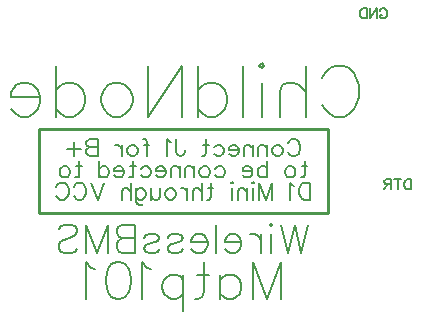
<source format=gbo>
G04 Layer: BottomSilkscreenLayer*
G04 EasyEDA v6.5.40, 2024-02-04 03:55:30*
G04 936758304a9441538e57e2a98c5da18a,153482dac41149f1974aef67bcea995d,10*
G04 Gerber Generator version 0.2*
G04 Scale: 100 percent, Rotated: No, Reflected: No *
G04 Dimensions in millimeters *
G04 leading zeros omitted , absolute positions ,4 integer and 5 decimal *
%FSLAX45Y45*%
%MOMM*%

%ADD10C,0.2032*%
%ADD11C,0.1550*%
%ADD12C,0.2540*%

%LPD*%
D10*
X2709656Y1509572D02*
G01*
X2652839Y1270937D01*
X2596019Y1509572D02*
G01*
X2652839Y1270937D01*
X2596019Y1509572D02*
G01*
X2539202Y1270937D01*
X2482385Y1509572D02*
G01*
X2539202Y1270937D01*
X2407384Y1509572D02*
G01*
X2396020Y1498208D01*
X2384658Y1509572D01*
X2396020Y1520936D01*
X2407384Y1509572D01*
X2396020Y1430027D02*
G01*
X2396020Y1270937D01*
X2309657Y1430027D02*
G01*
X2309657Y1270937D01*
X2309657Y1361846D02*
G01*
X2298293Y1395935D01*
X2275565Y1418663D01*
X2252840Y1430027D01*
X2218748Y1430027D01*
X2143749Y1361846D02*
G01*
X2007384Y1361846D01*
X2007384Y1384571D01*
X2018748Y1407299D01*
X2030112Y1418663D01*
X2052840Y1430027D01*
X2086930Y1430027D01*
X2109657Y1418663D01*
X2132385Y1395935D01*
X2143749Y1361846D01*
X2143749Y1339118D01*
X2132385Y1305026D01*
X2109657Y1282298D01*
X2086930Y1270937D01*
X2052840Y1270937D01*
X2030112Y1282298D01*
X2007384Y1305026D01*
X1932386Y1509572D02*
G01*
X1932386Y1270937D01*
X1857385Y1361846D02*
G01*
X1721022Y1361846D01*
X1721022Y1384571D01*
X1732386Y1407299D01*
X1743750Y1418663D01*
X1766476Y1430027D01*
X1800567Y1430027D01*
X1823295Y1418663D01*
X1846021Y1395935D01*
X1857385Y1361846D01*
X1857385Y1339118D01*
X1846021Y1305026D01*
X1823295Y1282298D01*
X1800567Y1270937D01*
X1766476Y1270937D01*
X1743750Y1282298D01*
X1721022Y1305026D01*
X1521023Y1395935D02*
G01*
X1532387Y1418663D01*
X1566476Y1430027D01*
X1600568Y1430027D01*
X1634657Y1418663D01*
X1646021Y1395935D01*
X1634657Y1373207D01*
X1611932Y1361846D01*
X1555112Y1350482D01*
X1532387Y1339118D01*
X1521023Y1316390D01*
X1521023Y1305026D01*
X1532387Y1282298D01*
X1566476Y1270937D01*
X1600568Y1270937D01*
X1634657Y1282298D01*
X1646021Y1305026D01*
X1321023Y1395935D02*
G01*
X1332387Y1418663D01*
X1366476Y1430027D01*
X1400568Y1430027D01*
X1434658Y1418663D01*
X1446021Y1395935D01*
X1434658Y1373207D01*
X1411932Y1361846D01*
X1355112Y1350482D01*
X1332387Y1339118D01*
X1321023Y1316390D01*
X1321023Y1305026D01*
X1332387Y1282298D01*
X1366476Y1270937D01*
X1400568Y1270937D01*
X1434658Y1282298D01*
X1446021Y1305026D01*
X1246022Y1509572D02*
G01*
X1246022Y1270937D01*
X1246022Y1509572D02*
G01*
X1143751Y1509572D01*
X1109659Y1498208D01*
X1098295Y1486844D01*
X1086932Y1464116D01*
X1086932Y1441391D01*
X1098295Y1418663D01*
X1109659Y1407299D01*
X1143751Y1395935D01*
X1246022Y1395935D02*
G01*
X1143751Y1395935D01*
X1109659Y1384571D01*
X1098295Y1373207D01*
X1086932Y1350482D01*
X1086932Y1316390D01*
X1098295Y1293662D01*
X1109659Y1282298D01*
X1143751Y1270937D01*
X1246022Y1270937D01*
X1011933Y1509572D02*
G01*
X1011933Y1270937D01*
X1011933Y1509572D02*
G01*
X921024Y1270937D01*
X830115Y1509572D02*
G01*
X921024Y1270937D01*
X830115Y1509572D02*
G01*
X830115Y1270937D01*
X596023Y1475480D02*
G01*
X618751Y1498208D01*
X652843Y1509572D01*
X698296Y1509572D01*
X732388Y1498208D01*
X755114Y1475480D01*
X755114Y1452753D01*
X743752Y1430027D01*
X732388Y1418663D01*
X709660Y1407299D01*
X641479Y1384571D01*
X618751Y1373207D01*
X607387Y1361846D01*
X596023Y1339118D01*
X596023Y1305026D01*
X618751Y1282298D01*
X652843Y1270937D01*
X698296Y1270937D01*
X732388Y1282298D01*
X755114Y1305026D01*
X2477155Y1191554D02*
G01*
X2477155Y881326D01*
X2477155Y1191554D02*
G01*
X2358974Y881326D01*
X2240793Y1191554D02*
G01*
X2358974Y881326D01*
X2240793Y1191554D02*
G01*
X2240793Y881326D01*
X1966020Y1088146D02*
G01*
X1966020Y881326D01*
X1966020Y1043825D02*
G01*
X1995566Y1073373D01*
X2025111Y1088146D01*
X2069429Y1088146D01*
X2098974Y1073373D01*
X2128520Y1043825D01*
X2143292Y999507D01*
X2143292Y969962D01*
X2128520Y925644D01*
X2098974Y896099D01*
X2069429Y881326D01*
X2025111Y881326D01*
X1995566Y896099D01*
X1966020Y925644D01*
X1824202Y1191554D02*
G01*
X1824202Y940417D01*
X1809429Y896099D01*
X1779884Y881326D01*
X1750339Y881326D01*
X1868520Y1088146D02*
G01*
X1765112Y1088146D01*
X1652838Y1088146D02*
G01*
X1652838Y777918D01*
X1652838Y1043825D02*
G01*
X1623293Y1073373D01*
X1593748Y1088146D01*
X1549430Y1088146D01*
X1519885Y1073373D01*
X1490339Y1043825D01*
X1475567Y999507D01*
X1475567Y969962D01*
X1490339Y925644D01*
X1519885Y896099D01*
X1549430Y881326D01*
X1593748Y881326D01*
X1623293Y896099D01*
X1652838Y925644D01*
X1378066Y1132464D02*
G01*
X1348521Y1147236D01*
X1304203Y1191554D01*
X1304203Y881326D01*
X1118067Y1191554D02*
G01*
X1162385Y1176781D01*
X1191930Y1132464D01*
X1206703Y1058598D01*
X1206703Y1014280D01*
X1191930Y940417D01*
X1162385Y896099D01*
X1118067Y881326D01*
X1088522Y881326D01*
X1044204Y896099D01*
X1014658Y940417D01*
X999886Y1014280D01*
X999886Y1058598D01*
X1014658Y1132464D01*
X1044204Y1176781D01*
X1088522Y1191554D01*
X1118067Y1191554D01*
X902385Y1132464D02*
G01*
X872840Y1147236D01*
X828522Y1191554D01*
X828522Y881326D01*
X2830083Y2752117D02*
G01*
X2850537Y2793027D01*
X2891447Y2833936D01*
X2932353Y2854391D01*
X3014172Y2854391D01*
X3055081Y2833936D01*
X3095990Y2793027D01*
X3116445Y2752117D01*
X3136900Y2690754D01*
X3136900Y2588480D01*
X3116445Y2527117D01*
X3095990Y2486207D01*
X3055081Y2445298D01*
X3014172Y2424846D01*
X2932353Y2424846D01*
X2891447Y2445298D01*
X2850537Y2486207D01*
X2830083Y2527117D01*
X2695082Y2854391D02*
G01*
X2695082Y2424846D01*
X2695082Y2629390D02*
G01*
X2633718Y2690754D01*
X2592809Y2711208D01*
X2531447Y2711208D01*
X2490538Y2690754D01*
X2470083Y2629390D01*
X2470083Y2424846D01*
X2335082Y2854391D02*
G01*
X2314628Y2833936D01*
X2294173Y2854391D01*
X2314628Y2874845D01*
X2335082Y2854391D01*
X2314628Y2711208D02*
G01*
X2314628Y2424846D01*
X2159175Y2854391D02*
G01*
X2159175Y2424846D01*
X1778721Y2854391D02*
G01*
X1778721Y2424846D01*
X1778721Y2649844D02*
G01*
X1819630Y2690754D01*
X1860539Y2711208D01*
X1921903Y2711208D01*
X1962810Y2690754D01*
X2003719Y2649844D01*
X2024174Y2588480D01*
X2024174Y2547571D01*
X2003719Y2486207D01*
X1962810Y2445298D01*
X1921903Y2424846D01*
X1860539Y2424846D01*
X1819630Y2445298D01*
X1778721Y2486207D01*
X1643720Y2854391D02*
G01*
X1643720Y2424846D01*
X1643720Y2854391D02*
G01*
X1357358Y2424846D01*
X1357358Y2854391D02*
G01*
X1357358Y2424846D01*
X1120086Y2711208D02*
G01*
X1160995Y2690754D01*
X1201905Y2649844D01*
X1222357Y2588480D01*
X1222357Y2547571D01*
X1201905Y2486207D01*
X1160995Y2445298D01*
X1120086Y2424846D01*
X1058722Y2424846D01*
X1017813Y2445298D01*
X976904Y2486207D01*
X956449Y2547571D01*
X956449Y2588480D01*
X976904Y2649844D01*
X1017813Y2690754D01*
X1058722Y2711208D01*
X1120086Y2711208D01*
X575995Y2854391D02*
G01*
X575995Y2424846D01*
X575995Y2649844D02*
G01*
X616905Y2690754D01*
X657814Y2711208D01*
X719178Y2711208D01*
X760087Y2690754D01*
X800996Y2649844D01*
X821451Y2588480D01*
X821451Y2547571D01*
X800996Y2486207D01*
X760087Y2445298D01*
X719178Y2424846D01*
X657814Y2424846D01*
X616905Y2445298D01*
X575995Y2486207D01*
X440997Y2588480D02*
G01*
X195541Y2588480D01*
X195541Y2629390D01*
X215996Y2670299D01*
X236451Y2690754D01*
X277360Y2711208D01*
X338724Y2711208D01*
X379633Y2690754D01*
X420542Y2649844D01*
X440997Y2588480D01*
X440997Y2547571D01*
X420542Y2486207D01*
X379633Y2445298D01*
X338724Y2424846D01*
X277360Y2424846D01*
X236451Y2445298D01*
X195541Y2486207D01*
X2539202Y2200071D02*
G01*
X2546019Y2213709D01*
X2559657Y2227346D01*
X2573291Y2234163D01*
X2600566Y2234163D01*
X2614201Y2227346D01*
X2627838Y2213709D01*
X2634655Y2200071D01*
X2641475Y2179617D01*
X2641475Y2145527D01*
X2634655Y2125073D01*
X2627838Y2111435D01*
X2614201Y2097798D01*
X2600566Y2090981D01*
X2573291Y2090981D01*
X2559657Y2097798D01*
X2546019Y2111435D01*
X2539202Y2125073D01*
X2460111Y2186437D02*
G01*
X2473746Y2179617D01*
X2487383Y2165982D01*
X2494201Y2145527D01*
X2494201Y2131890D01*
X2487383Y2111435D01*
X2473746Y2097798D01*
X2460111Y2090981D01*
X2439657Y2090981D01*
X2426020Y2097798D01*
X2412385Y2111435D01*
X2405565Y2131890D01*
X2405565Y2145527D01*
X2412385Y2165982D01*
X2426020Y2179617D01*
X2439657Y2186437D01*
X2460111Y2186437D01*
X2360566Y2186437D02*
G01*
X2360566Y2090981D01*
X2360566Y2159162D02*
G01*
X2340112Y2179617D01*
X2326474Y2186437D01*
X2306020Y2186437D01*
X2292385Y2179617D01*
X2285565Y2159162D01*
X2285565Y2090981D01*
X2240567Y2186437D02*
G01*
X2240567Y2090981D01*
X2240567Y2159162D02*
G01*
X2220112Y2179617D01*
X2206475Y2186437D01*
X2186020Y2186437D01*
X2172385Y2179617D01*
X2165565Y2159162D01*
X2165565Y2090981D01*
X2120567Y2145527D02*
G01*
X2038748Y2145527D01*
X2038748Y2159162D01*
X2045566Y2172799D01*
X2052386Y2179617D01*
X2066020Y2186437D01*
X2086475Y2186437D01*
X2100112Y2179617D01*
X2113747Y2165982D01*
X2120567Y2145527D01*
X2120567Y2131890D01*
X2113747Y2111435D01*
X2100112Y2097798D01*
X2086475Y2090981D01*
X2066020Y2090981D01*
X2052386Y2097798D01*
X2038748Y2111435D01*
X1911931Y2165982D02*
G01*
X1925566Y2179617D01*
X1939203Y2186437D01*
X1959658Y2186437D01*
X1973292Y2179617D01*
X1986930Y2165982D01*
X1993747Y2145527D01*
X1993747Y2131890D01*
X1986930Y2111435D01*
X1973292Y2097798D01*
X1959658Y2090981D01*
X1939203Y2090981D01*
X1925566Y2097798D01*
X1911931Y2111435D01*
X1846475Y2234163D02*
G01*
X1846475Y2118253D01*
X1839658Y2097798D01*
X1826021Y2090981D01*
X1812386Y2090981D01*
X1866930Y2186437D02*
G01*
X1819203Y2186437D01*
X1594203Y2234163D02*
G01*
X1594203Y2125073D01*
X1601022Y2104618D01*
X1607840Y2097798D01*
X1621477Y2090981D01*
X1635112Y2090981D01*
X1648749Y2097798D01*
X1655566Y2104618D01*
X1662386Y2125073D01*
X1662386Y2138707D01*
X1549204Y2206891D02*
G01*
X1535567Y2213709D01*
X1515112Y2234163D01*
X1515112Y2090981D01*
X1310568Y2234163D02*
G01*
X1324203Y2234163D01*
X1337840Y2227346D01*
X1344658Y2206891D01*
X1344658Y2090981D01*
X1365112Y2186437D02*
G01*
X1317386Y2186437D01*
X1231478Y2186437D02*
G01*
X1245113Y2179617D01*
X1258750Y2165982D01*
X1265567Y2145527D01*
X1265567Y2131890D01*
X1258750Y2111435D01*
X1245113Y2097798D01*
X1231478Y2090981D01*
X1211023Y2090981D01*
X1197386Y2097798D01*
X1183749Y2111435D01*
X1176931Y2131890D01*
X1176931Y2145527D01*
X1183749Y2165982D01*
X1197386Y2179617D01*
X1211023Y2186437D01*
X1231478Y2186437D01*
X1131933Y2186437D02*
G01*
X1131933Y2090981D01*
X1131933Y2145527D02*
G01*
X1125113Y2165982D01*
X1111478Y2179617D01*
X1097841Y2186437D01*
X1077386Y2186437D01*
X927387Y2234163D02*
G01*
X927387Y2090981D01*
X927387Y2234163D02*
G01*
X866023Y2234163D01*
X845568Y2227346D01*
X838751Y2220526D01*
X831933Y2206891D01*
X831933Y2193254D01*
X838751Y2179617D01*
X845568Y2172799D01*
X866023Y2165982D01*
X927387Y2165982D02*
G01*
X866023Y2165982D01*
X845568Y2159162D01*
X838751Y2152345D01*
X831933Y2138707D01*
X831933Y2118253D01*
X838751Y2104618D01*
X845568Y2097798D01*
X866023Y2090981D01*
X927387Y2090981D01*
X725568Y2213709D02*
G01*
X725568Y2090981D01*
X786932Y2152345D02*
G01*
X664204Y2152345D01*
X2681020Y2053419D02*
G01*
X2681020Y1937509D01*
X2674203Y1917054D01*
X2660566Y1910237D01*
X2646931Y1910237D01*
X2701475Y2005693D02*
G01*
X2653748Y2005693D01*
X2567840Y2005693D02*
G01*
X2581475Y1998873D01*
X2595112Y1985238D01*
X2601930Y1964783D01*
X2601930Y1951146D01*
X2595112Y1930692D01*
X2581475Y1917054D01*
X2567840Y1910237D01*
X2547386Y1910237D01*
X2533749Y1917054D01*
X2520111Y1930692D01*
X2513294Y1951146D01*
X2513294Y1964783D01*
X2520111Y1985238D01*
X2533749Y1998873D01*
X2547386Y2005693D01*
X2567840Y2005693D01*
X2363294Y2053419D02*
G01*
X2363294Y1910237D01*
X2363294Y1985238D02*
G01*
X2349657Y1998873D01*
X2336022Y2005693D01*
X2315568Y2005693D01*
X2301930Y1998873D01*
X2288293Y1985238D01*
X2281476Y1964783D01*
X2281476Y1951146D01*
X2288293Y1930692D01*
X2301930Y1917054D01*
X2315568Y1910237D01*
X2336022Y1910237D01*
X2349657Y1917054D01*
X2363294Y1930692D01*
X2236477Y1964783D02*
G01*
X2154659Y1964783D01*
X2154659Y1978418D01*
X2161476Y1992055D01*
X2168293Y1998873D01*
X2181931Y2005693D01*
X2202385Y2005693D01*
X2216022Y1998873D01*
X2229657Y1985238D01*
X2236477Y1964783D01*
X2236477Y1951146D01*
X2229657Y1930692D01*
X2216022Y1917054D01*
X2202385Y1910237D01*
X2181931Y1910237D01*
X2168293Y1917054D01*
X2154659Y1930692D01*
X1922840Y1985238D02*
G01*
X1936478Y1998873D01*
X1950112Y2005693D01*
X1970567Y2005693D01*
X1984204Y1998873D01*
X1997842Y1985238D01*
X2004659Y1964783D01*
X2004659Y1951146D01*
X1997842Y1930692D01*
X1984204Y1917054D01*
X1970567Y1910237D01*
X1950112Y1910237D01*
X1936478Y1917054D01*
X1922840Y1930692D01*
X1843750Y2005693D02*
G01*
X1857387Y1998873D01*
X1871022Y1985238D01*
X1877842Y1964783D01*
X1877842Y1951146D01*
X1871022Y1930692D01*
X1857387Y1917054D01*
X1843750Y1910237D01*
X1823295Y1910237D01*
X1809658Y1917054D01*
X1796023Y1930692D01*
X1789203Y1951146D01*
X1789203Y1964783D01*
X1796023Y1985238D01*
X1809658Y1998873D01*
X1823295Y2005693D01*
X1843750Y2005693D01*
X1744205Y2005693D02*
G01*
X1744205Y1910237D01*
X1744205Y1978418D02*
G01*
X1723750Y1998873D01*
X1710113Y2005693D01*
X1689658Y2005693D01*
X1676024Y1998873D01*
X1669204Y1978418D01*
X1669204Y1910237D01*
X1624205Y2005693D02*
G01*
X1624205Y1910237D01*
X1624205Y1978418D02*
G01*
X1603750Y1998873D01*
X1590113Y2005693D01*
X1569659Y2005693D01*
X1556024Y1998873D01*
X1549204Y1978418D01*
X1549204Y1910237D01*
X1504205Y1964783D02*
G01*
X1422387Y1964783D01*
X1422387Y1978418D01*
X1429204Y1992055D01*
X1436024Y1998873D01*
X1449659Y2005693D01*
X1470113Y2005693D01*
X1483751Y1998873D01*
X1497388Y1985238D01*
X1504205Y1964783D01*
X1504205Y1951146D01*
X1497388Y1930692D01*
X1483751Y1917054D01*
X1470113Y1910237D01*
X1449659Y1910237D01*
X1436024Y1917054D01*
X1422387Y1930692D01*
X1295570Y1985238D02*
G01*
X1309204Y1998873D01*
X1322842Y2005693D01*
X1343296Y2005693D01*
X1356934Y1998873D01*
X1370568Y1985238D01*
X1377388Y1964783D01*
X1377388Y1951146D01*
X1370568Y1930692D01*
X1356934Y1917054D01*
X1343296Y1910237D01*
X1322842Y1910237D01*
X1309204Y1917054D01*
X1295570Y1930692D01*
X1230114Y2053419D02*
G01*
X1230114Y1937509D01*
X1223297Y1917054D01*
X1209659Y1910237D01*
X1196025Y1910237D01*
X1250569Y2005693D02*
G01*
X1202842Y2005693D01*
X1151023Y1964783D02*
G01*
X1069205Y1964783D01*
X1069205Y1978418D01*
X1076025Y1992055D01*
X1082842Y1998873D01*
X1096479Y2005693D01*
X1116934Y2005693D01*
X1130569Y1998873D01*
X1144206Y1985238D01*
X1151023Y1964783D01*
X1151023Y1951146D01*
X1144206Y1930692D01*
X1130569Y1917054D01*
X1116934Y1910237D01*
X1096479Y1910237D01*
X1082842Y1917054D01*
X1069205Y1930692D01*
X942388Y2053419D02*
G01*
X942388Y1910237D01*
X942388Y1985238D02*
G01*
X956025Y1998873D01*
X969660Y2005693D01*
X990114Y2005693D01*
X1003752Y1998873D01*
X1017389Y1985238D01*
X1024206Y1964783D01*
X1024206Y1951146D01*
X1017389Y1930692D01*
X1003752Y1917054D01*
X990114Y1910237D01*
X969660Y1910237D01*
X956025Y1917054D01*
X942388Y1930692D01*
X771933Y2053419D02*
G01*
X771933Y1937509D01*
X765116Y1917054D01*
X751479Y1910237D01*
X737844Y1910237D01*
X792388Y2005693D02*
G01*
X744661Y2005693D01*
X658751Y2005693D02*
G01*
X672388Y1998873D01*
X686026Y1985238D01*
X692843Y1964783D01*
X692843Y1951146D01*
X686026Y1930692D01*
X672388Y1917054D01*
X658751Y1910237D01*
X638296Y1910237D01*
X624662Y1917054D01*
X611024Y1930692D01*
X604207Y1951146D01*
X604207Y1964783D01*
X611024Y1985238D01*
X624662Y1998873D01*
X638296Y2005693D01*
X658751Y2005693D01*
X2727383Y1865863D02*
G01*
X2727383Y1722681D01*
X2727383Y1865863D02*
G01*
X2679656Y1865863D01*
X2659202Y1859046D01*
X2645564Y1845409D01*
X2638747Y1831771D01*
X2631927Y1811317D01*
X2631927Y1777227D01*
X2638747Y1756773D01*
X2645564Y1743135D01*
X2659202Y1729498D01*
X2679656Y1722681D01*
X2727383Y1722681D01*
X2586929Y1838591D02*
G01*
X2573291Y1845409D01*
X2552837Y1865863D01*
X2552837Y1722681D01*
X2402837Y1865863D02*
G01*
X2402837Y1722681D01*
X2402837Y1865863D02*
G01*
X2348293Y1722681D01*
X2293747Y1865863D02*
G01*
X2348293Y1722681D01*
X2293747Y1865863D02*
G01*
X2293747Y1722681D01*
X2248748Y1865863D02*
G01*
X2241928Y1859046D01*
X2235111Y1865863D01*
X2241928Y1872681D01*
X2248748Y1865863D01*
X2241928Y1818137D02*
G01*
X2241928Y1722681D01*
X2190112Y1818137D02*
G01*
X2190112Y1722681D01*
X2190112Y1790862D02*
G01*
X2169657Y1811317D01*
X2156020Y1818137D01*
X2135565Y1818137D01*
X2121928Y1811317D01*
X2115111Y1790862D01*
X2115111Y1722681D01*
X2070112Y1865863D02*
G01*
X2063292Y1859046D01*
X2056475Y1865863D01*
X2063292Y1872681D01*
X2070112Y1865863D01*
X2063292Y1818137D02*
G01*
X2063292Y1722681D01*
X1886021Y1865863D02*
G01*
X1886021Y1749953D01*
X1879203Y1729498D01*
X1865566Y1722681D01*
X1851929Y1722681D01*
X1906475Y1818137D02*
G01*
X1858749Y1818137D01*
X1806930Y1865863D02*
G01*
X1806930Y1722681D01*
X1806930Y1790862D02*
G01*
X1786475Y1811317D01*
X1772838Y1818137D01*
X1752384Y1818137D01*
X1738749Y1811317D01*
X1731929Y1790862D01*
X1731929Y1722681D01*
X1686930Y1818137D02*
G01*
X1686930Y1722681D01*
X1686930Y1777227D02*
G01*
X1680113Y1797682D01*
X1666476Y1811317D01*
X1652838Y1818137D01*
X1632384Y1818137D01*
X1553293Y1818137D02*
G01*
X1566931Y1811317D01*
X1580565Y1797682D01*
X1587385Y1777227D01*
X1587385Y1763590D01*
X1580565Y1743135D01*
X1566931Y1729498D01*
X1553293Y1722681D01*
X1532839Y1722681D01*
X1519204Y1729498D01*
X1505567Y1743135D01*
X1498749Y1763590D01*
X1498749Y1777227D01*
X1505567Y1797682D01*
X1519204Y1811317D01*
X1532839Y1818137D01*
X1553293Y1818137D01*
X1453748Y1818137D02*
G01*
X1453748Y1749953D01*
X1446931Y1729498D01*
X1433294Y1722681D01*
X1412839Y1722681D01*
X1399204Y1729498D01*
X1378750Y1749953D01*
X1378750Y1818137D02*
G01*
X1378750Y1722681D01*
X1251930Y1818137D02*
G01*
X1251930Y1709046D01*
X1258750Y1688592D01*
X1265567Y1681772D01*
X1279204Y1674954D01*
X1299659Y1674954D01*
X1313294Y1681772D01*
X1251930Y1797682D02*
G01*
X1265567Y1811317D01*
X1279204Y1818137D01*
X1299659Y1818137D01*
X1313294Y1811317D01*
X1326931Y1797682D01*
X1333748Y1777227D01*
X1333748Y1763590D01*
X1326931Y1743135D01*
X1313294Y1729498D01*
X1299659Y1722681D01*
X1279204Y1722681D01*
X1265567Y1729498D01*
X1251930Y1743135D01*
X1206931Y1865863D02*
G01*
X1206931Y1722681D01*
X1206931Y1790862D02*
G01*
X1186477Y1811317D01*
X1172839Y1818137D01*
X1152385Y1818137D01*
X1138750Y1811317D01*
X1131930Y1790862D01*
X1131930Y1722681D01*
X981930Y1865863D02*
G01*
X927387Y1722681D01*
X872840Y1865863D02*
G01*
X927387Y1722681D01*
X725568Y1831771D02*
G01*
X732386Y1845409D01*
X746023Y1859046D01*
X759660Y1865863D01*
X786932Y1865863D01*
X800567Y1859046D01*
X814204Y1845409D01*
X821021Y1831771D01*
X827841Y1811317D01*
X827841Y1777227D01*
X821021Y1756773D01*
X814204Y1743135D01*
X800567Y1729498D01*
X786932Y1722681D01*
X759660Y1722681D01*
X746023Y1729498D01*
X732386Y1743135D01*
X725568Y1756773D01*
X578297Y1831771D02*
G01*
X585114Y1845409D01*
X598751Y1859046D01*
X612386Y1865863D01*
X639660Y1865863D01*
X653295Y1859046D01*
X666932Y1845409D01*
X673750Y1831771D01*
X680567Y1811317D01*
X680567Y1777227D01*
X673750Y1756773D01*
X666932Y1743135D01*
X653295Y1729498D01*
X639660Y1722681D01*
X612386Y1722681D01*
X598751Y1729498D01*
X585114Y1743135D01*
X578297Y1756773D01*
D11*
X3316731Y3321557D02*
G01*
X3321050Y3329686D01*
X3329177Y3337813D01*
X3337306Y3342131D01*
X3353561Y3342131D01*
X3361943Y3337813D01*
X3370072Y3329686D01*
X3374136Y3321557D01*
X3378200Y3309365D01*
X3378200Y3288792D01*
X3374136Y3276600D01*
X3370072Y3268471D01*
X3361943Y3260089D01*
X3353561Y3256026D01*
X3337306Y3256026D01*
X3329177Y3260089D01*
X3321050Y3268471D01*
X3316731Y3276600D01*
X3316731Y3288792D01*
X3337306Y3288792D02*
G01*
X3316731Y3288792D01*
X3289808Y3342131D02*
G01*
X3289808Y3256026D01*
X3289808Y3342131D02*
G01*
X3232658Y3256026D01*
X3232658Y3342131D02*
G01*
X3232658Y3256026D01*
X3205479Y3342131D02*
G01*
X3205479Y3256026D01*
X3205479Y3342131D02*
G01*
X3177031Y3342131D01*
X3164586Y3337813D01*
X3156458Y3329686D01*
X3152393Y3321557D01*
X3148329Y3309365D01*
X3148329Y3288792D01*
X3152393Y3276600D01*
X3156458Y3268471D01*
X3164586Y3260089D01*
X3177031Y3256026D01*
X3205479Y3256026D01*
X3581400Y1894331D02*
G01*
X3581400Y1808226D01*
X3581400Y1894331D02*
G01*
X3552697Y1894331D01*
X3540506Y1890013D01*
X3532377Y1881886D01*
X3528313Y1873757D01*
X3524250Y1861565D01*
X3524250Y1840992D01*
X3528313Y1828800D01*
X3532377Y1820671D01*
X3540506Y1812289D01*
X3552697Y1808226D01*
X3581400Y1808226D01*
X3468370Y1894331D02*
G01*
X3468370Y1808226D01*
X3497072Y1894331D02*
G01*
X3439922Y1894331D01*
X3412743Y1894331D02*
G01*
X3412743Y1808226D01*
X3412743Y1894331D02*
G01*
X3375913Y1894331D01*
X3363722Y1890013D01*
X3359658Y1885950D01*
X3355593Y1877821D01*
X3355593Y1869694D01*
X3359658Y1861565D01*
X3363722Y1857502D01*
X3375913Y1853184D01*
X3412743Y1853184D01*
X3384295Y1853184D02*
G01*
X3355593Y1808226D01*
D12*
X427278Y2324100D02*
G01*
X2878378Y2324100D01*
X2878378Y1612900D01*
X427278Y1612900D01*
X427278Y2324100D01*
M02*

</source>
